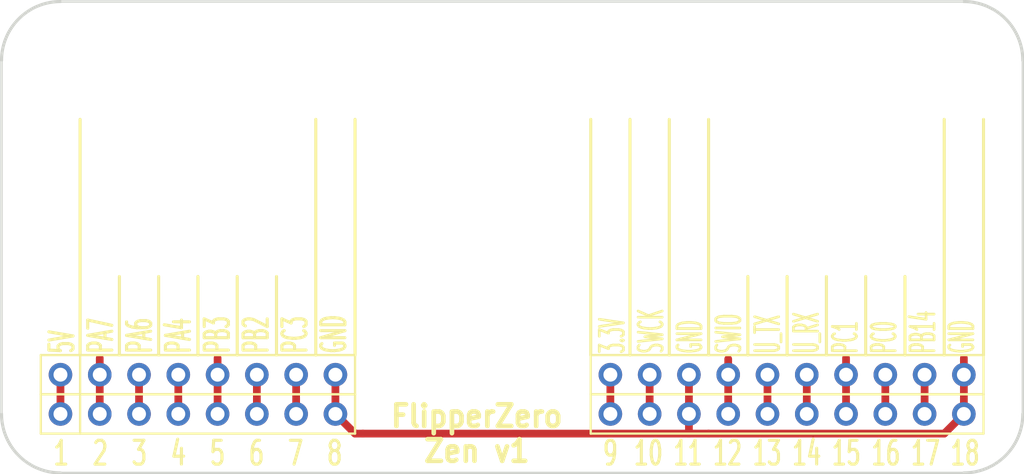
<source format=kicad_pcb>
(kicad_pcb (version 20240108) (generator "pcbnew") (generator_version "8.0")
  (layers (0 "F.Cu" signal) (31 "B.Cu" signal) (34 "B.Paste" user) (35 "F.Paste" user) (36 "B.SilkS" user "B.Silkscreen") (37 "F.SilkS" user "F.Silkscreen") (38 "B.Mask" user) (39 "F.Mask" user) (44 "Edge.Cuts" user))
  (net 0 "")
  (net 1 "/5V")
  (net 2 "/3.3V")
  (net 3 "GND")
  (net 4 "/PB14")
  (net 5 "/PC0")
  (net 6 "/PC1")
  (net 7 "/UART_RX")
  (net 8 "/UART_TX")
  (net 9 "/SWDIO")
  (net 10 "/SWCLK")
  (net 11 "/PC3")
  (net 12 "/PB2")
  (net 13 "/SWO")
  (net 14 "/PA4")
  (net 15 "/PA6")
  (net 16 "/PA7")
  (footprint "lomalkin_kicad_footprints:FlipperZero" (layer "F.Cu") (at 90.17 76.2)
    (property "Reference" "U1" (hide yes))
    (property "Value" "FlipperZero")
    (fp_line (start -27.94 -1.27) (end -27.94 1.27) (stroke (width 0.15)) (layer "F.SilkS"))
    (fp_line (start -27.94 1.27) (end -7.62 1.27) (stroke (width 0.15)) (layer "F.SilkS"))
    (fp_line (start -25.4 1.27) (end -25.4 -1.27) (stroke (width 0.15)) (layer "F.SilkS"))
    (fp_line (start -7.62 -1.27) (end -27.94 -1.27) (stroke (width 0.15)) (layer "F.SilkS"))
    (fp_line (start -7.62 1.27) (end -7.62 -1.27) (stroke (width 0.15)) (layer "F.SilkS"))
    (fp_line (start 7.62 -1.27) (end 7.62 1.27) (stroke (width 0.15)) (layer "F.SilkS"))
    (fp_line (start 7.62 1.27) (end 33.02 1.27) (stroke (width 0.15)) (layer "F.SilkS"))
    (fp_line (start 33.02 -1.27) (end 7.62 -1.27) (stroke (width 0.15)) (layer "F.SilkS"))
    (fp_line (start 33.02 1.27) (end 33.02 -1.27) (stroke (width 0.15)) (layer "F.SilkS"))
    (pad "1" thru_hole circle (at -26.67 0 270) (size 1.524 1.524) (drill 0.9) (layers "*.Cu" "*.Mask") (net 1 "/5V"))
    (pad "2" thru_hole circle (at -24.13 0 270) (size 1.524 1.524) (drill 0.9) (layers "*.Cu" "*.Mask") (net 16 "/PA7"))
    (pad "3" thru_hole circle (at -21.59 0 270) (size 1.524 1.524) (drill 0.9) (layers "*.Cu" "*.Mask") (net 15 "/PA6"))
    (pad "4" thru_hole circle (at -19.05 0 270) (size 1.524 1.524) (drill 0.9) (layers "*.Cu" "*.Mask") (net 14 "/PA4"))
    (pad "5" thru_hole circle (at -16.51 0 270) (size 1.524 1.524) (drill 0.9) (layers "*.Cu" "*.Mask") (net 13 "/SWO"))
    (pad "6" thru_hole circle (at -13.97 0 270) (size 1.524 1.524) (drill 0.9) (layers "*.Cu" "*.Mask") (net 12 "/PB2"))
    (pad "7" thru_hole circle (at -11.43 0 270) (size 1.524 1.524) (drill 0.9) (layers "*.Cu" "*.Mask") (net 11 "/PC3"))
    (pad "8" thru_hole circle (at -8.89 0 270) (size 1.524 1.524) (drill 0.9) (layers "*.Cu" "*.Mask") (net 3 "GND"))
    (pad "9" thru_hole circle (at 8.89 0 270) (size 1.524 1.524) (drill 0.9) (layers "*.Cu" "*.Mask") (net 2 "/3.3V"))
    (pad "10" thru_hole circle (at 11.43 0 270) (size 1.524 1.524) (drill 0.9) (layers "*.Cu" "*.Mask") (net 10 "/SWCLK"))
    (pad "11" thru_hole circle (at 13.97 0 270) (size 1.524 1.524) (drill 0.9) (layers "*.Cu" "*.Mask") (net 3 "GND"))
    (pad "12" thru_hole circle (at 16.51 0 270) (size 1.524 1.524) (drill 0.9) (layers "*.Cu" "*.Mask") (net 9 "/SWDIO"))
    (pad "13" thru_hole circle (at 19.05 0 270) (size 1.524 1.524) (drill 0.9) (layers "*.Cu" "*.Mask") (net 8 "/UART_TX"))
    (pad "14" thru_hole circle (at 21.59 0 270) (size 1.524 1.524) (drill 0.9) (layers "*.Cu" "*.Mask") (net 7 "/UART_RX"))
    (pad "15" thru_hole circle (at 24.13 0 270) (size 1.524 1.524) (drill 0.9) (layers "*.Cu" "*.Mask") (net 6 "/PC1"))
    (pad "16" thru_hole circle (at 26.67 0 270) (size 1.524 1.524) (drill 0.9) (layers "*.Cu" "*.Mask") (net 5 "/PC0"))
    (pad "17" thru_hole circle (at 29.21 0 270) (size 1.524 1.524) (drill 0.9) (layers "*.Cu" "*.Mask") (net 4 "/PB14"))
    (pad "18" thru_hole circle (at 31.75 0 270) (size 1.524 1.524) (drill 0.9) (layers "*.Cu" "*.Mask") (net 3 "GND"))
  )
  (footprint "lomalkin_kicad_footprints:FlipperZero" (layer "F.Cu") (at 90.17 73.66)
    (property "Reference" "U2" (hide yes))
    (property "Value" "FlipperZero")
    (fp_line (start -27.94 -1.27) (end -27.94 1.27) (stroke (width 0.15)) (layer "F.SilkS"))
    (fp_line (start -27.94 1.27) (end -7.62 1.27) (stroke (width 0.15)) (layer "F.SilkS"))
    (fp_line (start -25.4 1.27) (end -25.4 -1.27) (stroke (width 0.15)) (layer "F.SilkS"))
    (fp_line (start -7.62 -1.27) (end -27.94 -1.27) (stroke (width 0.15)) (layer "F.SilkS"))
    (fp_line (start -7.62 1.27) (end -7.62 -1.27) (stroke (width 0.15)) (layer "F.SilkS"))
    (fp_line (start 7.62 -1.27) (end 7.62 1.27) (stroke (width 0.15)) (layer "F.SilkS"))
    (fp_line (start 7.62 1.27) (end 33.02 1.27) (stroke (width 0.15)) (layer "F.SilkS"))
    (fp_line (start 33.02 -1.27) (end 7.62 -1.27) (stroke (width 0.15)) (layer "F.SilkS"))
    (fp_line (start 33.02 1.27) (end 33.02 -1.27) (stroke (width 0.15)) (layer "F.SilkS"))
    (pad "1" thru_hole circle (at -26.67 0 270) (size 1.524 1.524) (drill 0.9) (layers "*.Cu" "*.Mask") (net 1 "/5V"))
    (pad "2" thru_hole circle (at -24.13 0 270) (size 1.524 1.524) (drill 0.9) (layers "*.Cu" "*.Mask") (net 16 "/PA7"))
    (pad "3" thru_hole circle (at -21.59 0 270) (size 1.524 1.524) (drill 0.9) (layers "*.Cu" "*.Mask") (net 15 "/PA6"))
    (pad "4" thru_hole circle (at -19.05 0 270) (size 1.524 1.524) (drill 0.9) (layers "*.Cu" "*.Mask") (net 14 "/PA4"))
    (pad "5" thru_hole circle (at -16.51 0 270) (size 1.524 1.524) (drill 0.9) (layers "*.Cu" "*.Mask") (net 13 "/SWO"))
    (pad "6" thru_hole circle (at -13.97 0 270) (size 1.524 1.524) (drill 0.9) (layers "*.Cu" "*.Mask") (net 12 "/PB2"))
    (pad "7" thru_hole circle (at -11.43 0 270) (size 1.524 1.524) (drill 0.9) (layers "*.Cu" "*.Mask") (net 11 "/PC3"))
    (pad "8" thru_hole circle (at -8.89 0 270) (size 1.524 1.524) (drill 0.9) (layers "*.Cu" "*.Mask") (net 3 "GND"))
    (pad "9" thru_hole circle (at 8.89 0 270) (size 1.524 1.524) (drill 0.9) (layers "*.Cu" "*.Mask") (net 2 "/3.3V"))
    (pad "10" thru_hole circle (at 11.43 0 270) (size 1.524 1.524) (drill 0.9) (layers "*.Cu" "*.Mask") (net 10 "/SWCLK"))
    (pad "11" thru_hole circle (at 13.97 0 270) (size 1.524 1.524) (drill 0.9) (layers "*.Cu" "*.Mask") (net 3 "GND"))
    (pad "12" thru_hole circle (at 16.51 0 270) (size 1.524 1.524) (drill 0.9) (layers "*.Cu" "*.Mask") (net 9 "/SWDIO"))
    (pad "13" thru_hole circle (at 19.05 0 270) (size 1.524 1.524) (drill 0.9) (layers "*.Cu" "*.Mask") (net 8 "/UART_TX"))
    (pad "14" thru_hole circle (at 21.59 0 270) (size 1.524 1.524) (drill 0.9) (layers "*.Cu" "*.Mask") (net 7 "/UART_RX"))
    (pad "15" thru_hole circle (at 24.13 0 270) (size 1.524 1.524) (drill 0.9) (layers "*.Cu" "*.Mask") (net 6 "/PC1"))
    (pad "16" thru_hole circle (at 26.67 0 270) (size 1.524 1.524) (drill 0.9) (layers "*.Cu" "*.Mask") (net 5 "/PC0"))
    (pad "17" thru_hole circle (at 29.21 0 270) (size 1.524 1.524) (drill 0.9) (layers "*.Cu" "*.Mask") (net 4 "/PB14"))
    (pad "18" thru_hole circle (at 31.75 0 270) (size 1.524 1.524) (drill 0.9) (layers "*.Cu" "*.Mask") (net 3 "GND"))
  )
  (gr_line (start 77.47 67.31) (end 77.47 72.39) (stroke (width 0.2)) (layer "F.SilkS"))
  (gr_line (start 74.93 67.31) (end 74.93 72.39) (stroke (width 0.2)) (layer "F.SilkS"))
  (gr_line (start 72.39 67.31) (end 72.39 72.39) (stroke (width 0.2)) (layer "F.SilkS"))
  (gr_line (start 69.85 67.31) (end 69.85 72.39) (stroke (width 0.2)) (layer "F.SilkS"))
  (gr_line (start 67.31 67.31) (end 67.31 72.39) (stroke (width 0.2)) (layer "F.SilkS"))
  (gr_line (start 115.57 67.31) (end 115.57 72.39) (stroke (width 0.2)) (layer "F.SilkS"))
  (gr_line (start 118.11 67.31) (end 118.11 72.39) (stroke (width 0.2)) (layer "F.SilkS"))
  (gr_line (start 110.49 67.31) (end 110.49 72.39) (stroke (width 0.2)) (layer "F.SilkS"))
  (gr_line (start 107.95 67.31) (end 107.95 72.39) (stroke (width 0.2)) (layer "F.SilkS"))
  (gr_line (start 123.19 57.15) (end 123.19 72.39) (stroke (width 0.2)) (layer "F.SilkS"))
  (gr_line (start 120.65 57.15) (end 120.65 72.39) (stroke (width 0.2)) (layer "F.SilkS"))
  (gr_line (start 100.33 72.39) (end 100.33 57.15) (stroke (width 0.2)) (layer "F.SilkS"))
  (gr_line (start 113.03 67.31) (end 113.03 72.39) (stroke (width 0.2)) (layer "F.SilkS"))
  (gr_line (start 64.77 72.39) (end 64.77 57.15) (stroke (width 0.2)) (layer "F.SilkS"))
  (gr_line (start 97.79 57.15) (end 97.79 72.39) (stroke (width 0.2)) (layer "F.SilkS"))
  (gr_line (start 105.41 57.15) (end 105.41 72.39) (stroke (width 0.2)) (layer "F.SilkS"))
  (gr_line (start 80.01 72.39) (end 80.01 57.15) (stroke (width 0.2)) (layer "F.SilkS"))
  (gr_line (start 102.87 72.39) (end 102.87 57.15) (stroke (width 0.2)) (layer "F.SilkS"))
  (gr_line (start 82.55 57.15) (end 82.55 72.39) (stroke (width 0.2)) (layer "F.SilkS"))
  (gr_arc (start 63.5 80.01) (mid 60.805923 78.894077) (end 59.69 76.2) (stroke (width 0.2)) (layer "Edge.Cuts"))
  (gr_arc (start 125.73 76.2) (mid 124.614077 78.894077) (end 121.92 80.01) (stroke (width 0.2)) (layer "Edge.Cuts"))
  (gr_arc (start 121.92 49.53) (mid 124.614077 50.645923) (end 125.73 53.34) (stroke (width 0.2)) (layer "Edge.Cuts"))
  (gr_line (start 125.73 76.2) (end 125.73 53.34) (stroke (width 0.15)) (layer "Edge.Cuts"))
  (gr_line (start 63.5 80.01) (end 121.92 80.01) (stroke (width 0.15)) (layer "Edge.Cuts"))
  (gr_line (start 63.5 49.53) (end 121.92 49.53) (stroke (width 0.15)) (layer "Edge.Cuts"))
  (gr_line (start 59.69 76.2) (end 59.69 53.34) (stroke (width 0.15)) (layer "Edge.Cuts"))
  (gr_arc (start 59.69 53.34) (mid 60.805923 50.645923) (end 63.5 49.53) (stroke (width 0.2)) (layer "Edge.Cuts"))
  (gr_text "FlipperZero\nZen v1" (at 90.424 77.47 0) (layer "F.SilkS") (effects (font (size 1.4 1.3) (thickness 0.3))))
  (gr_text "5V\nPA7\nPA6\nPA4\nPB3\nPB2\nPC3\nGND" (at 72.39 72.39 90) (layer "F.SilkS") (effects (font (size 1.56 0.8) (thickness 0.2)) (justify left)))
  (gr_text "3.3V\nSWCK\nGND\nSWIO\nU_TX\nU_RX\nPC1\nPC0\nPB14\nGND" (at 110.49 72.39 90) (layer "F.SilkS") (effects (font (size 1.56 0.7) (thickness 0.175)) (justify left)))
  (gr_text "10 11 12 13 14 15 16 17 18" (at 111.76 78.74 0) (layer "F.SilkS") (effects (font (size 1.54 0.96) (thickness 0.2))))
  (gr_text "9" (at 99.06 78.74 0) (layer "F.SilkS") (effects (font (size 1.54 0.96) (thickness 0.2))))
  (gr_text "1  2  3  4  5  6  7  8" (at 72.39 78.74 0) (layer "F.SilkS") (effects (font (size 1.54 1.02) (thickness 0.2))))
  (segment (start 63.5 73.66) (end 63.5 76.2) (width 0.5) (layer "F.Cu") (net 1))
  (segment (start 99.06 73.66) (end 99.06 74.93) (width 0.5) (layer "F.Cu") (net 2))
  (segment (start 99.06 74.93) (end 99.06 76.2) (width 0.5) (layer "F.Cu") (net 2))
  (segment (start 121.92 73.66) (end 121.92 72.58237) (width 0.5) (layer "F.Cu") (net 3))
  (segment (start 104.14508 77.47) (end 83.058 77.47) (width 0.5) (layer "F.Cu") (net 3))
  (segment (start 120.65 77.47) (end 121.92 76.2) (width 0.5) (layer "F.Cu") (net 3))
  (segment (start 104.14 73.66) (end 104.14 76.2) (width 0.5) (layer "F.Cu") (net 3))
  (segment (start 82.55 77.47) (end 83.058 77.47) (width 0.5) (layer "F.Cu") (net 3))
  (segment (start 81.28 76.2) (end 82.55 77.47) (width 0.5) (layer "F.Cu") (net 3))
  (segment (start 104.14 76.2) (end 104.14 77.46492) (width 0.5) (layer "F.Cu") (net 3))
  (segment (start 105.41 77.47) (end 120.65 77.47) (width 0.5) (layer "F.Cu") (net 3))
  (segment (start 81.28 73.66) (end 81.28 76.2) (width 0.5) (layer "F.Cu") (net 3))
  (segment (start 104.14 77.46492) (end 104.14508 77.47) (width 0.5) (layer "F.Cu") (net 3))
  (segment (start 121.92 76.2) (end 121.92 73.66) (width 0.5) (layer "F.Cu") (net 3))
  (segment (start 104.14508 77.47) (end 105.41 77.47) (width 0.5) (layer "F.Cu") (net 3))
  (segment (start 119.38 73.66) (end 119.38 76.2) (width 0.5) (layer "F.Cu") (net 4))
  (segment (start 116.84 76.2) (end 116.84 74.93) (width 0.5) (layer "F.Cu") (net 5))
  (segment (start 116.84 74.93) (end 116.84 73.66) (width 0.5) (layer "F.Cu") (net 5))
  (segment (start 114.3 73.66) (end 114.3 72.58237) (width 0.5) (layer "F.Cu") (net 6))
  (segment (start 114.3 73.66) (end 114.3 76.2) (width 0.5) (layer "F.Cu") (net 6))
  (segment (start 111.76 76.2) (end 111.76 73.66) (width 0.5) (layer "F.Cu") (net 7))
  (segment (start 109.22 76.2) (end 109.22 73.66) (width 0.5) (layer "F.Cu") (net 8))
  (segment (start 106.68 72.644) (end 106.68 73.66) (width 0.5) (layer "F.Cu") (net 9))
  (segment (start 106.68 76.2) (end 106.68 73.66) (width 0.5) (layer "F.Cu") (net 9))
  (segment (start 101.6 76.2) (end 101.6 73.66) (width 0.5) (layer "F.Cu") (net 10))
  (segment (start 78.74 76.2) (end 78.74 73.66) (width 0.5) (layer "F.Cu") (net 11))
  (segment (start 76.2 76.2) (end 76.2 73.66) (width 0.5) (layer "F.Cu") (net 12))
  (segment (start 73.66 73.66) (end 73.66 72.58237) (width 0.5) (layer "F.Cu") (net 13))
  (segment (start 73.66 73.66) (end 73.66 76.2) (width 0.5) (layer "F.Cu") (net 13))
  (segment (start 71.12 76.2) (end 71.12 73.66) (width 0.5) (layer "F.Cu") (net 14))
  (segment (start 68.58 73.66) (end 68.58 76.2) (width 0.5) (layer "F.Cu") (net 15))
  (segment (start 66.04 73.66) (end 66.04 72.58237) (width 0.5) (layer "F.Cu") (net 16))
  (segment (start 66.04 76.2) (end 66.04 73.66) (width 0.5) (layer "F.Cu") (net 16))
)
</source>
